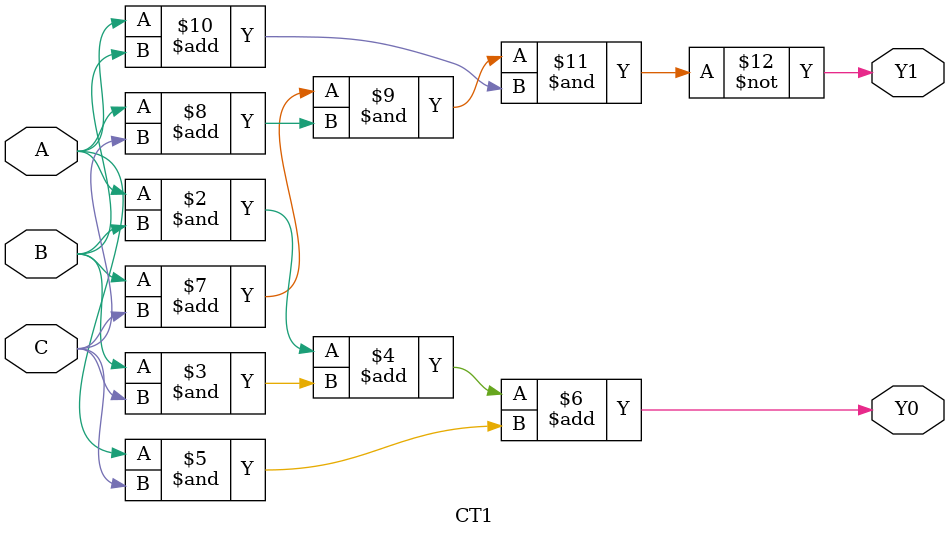
<source format=v>
module CT1(
    input wire A,B,C,
    output reg Y0,Y1  );

always @(*)begin
    Y0 = (A&B)+(B&C)+(A&C);
    Y1 = ~((B+C)&(A+C)&(A+B));
end


endmodule
</source>
